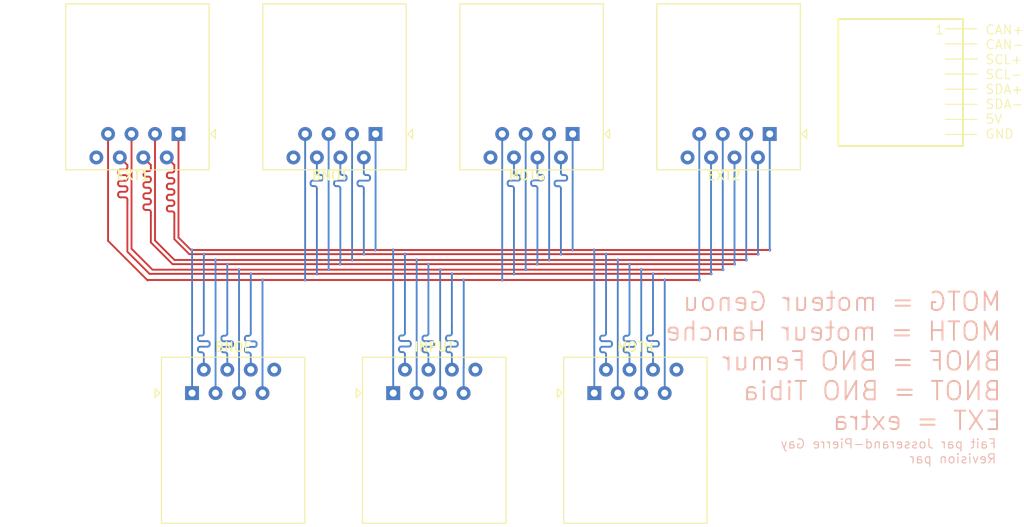
<source format=kicad_pcb>
(kicad_pcb (version 20240108) (generator "pcbnew") (generator_version "8.0")
  (layers (0 "F.Cu" signal) (31 "B.Cu" signal) (34 "B.Paste" user) (35 "F.Paste" user) (36 "B.SilkS" user "B.Silkscreen") (37 "F.SilkS" user "F.Silkscreen") (38 "B.Mask" user) (39 "F.Mask" user) (44 "Edge.Cuts" user))
  (net 0 "")
  (net 1 "/CAN+")
  (net 2 "/CAN-")
  (net 3 "GND")
  (net 4 "+5V")
  (net 5 "/SDA+")
  (net 6 "/SCL+")
  (net 7 "/SDA-")
  (net 8 "/SCL-")
  (footprint "MountingHole:MountingHole_3.2mm_M3" (layer "F.Cu") (at 170.02 60.09)
    (property "Reference" "H1" (hide yes))
    (property "Value" "MountingHole" (hide yes))
  )
  (footprint "Connector_RJ:RJ45_Amphenol_54602-x08_Horizontal" (layer "F.Cu") (at 94.0275 74.86)
    (property "Reference" "BNOF")
    (property "Value" "RJ45")
  )
  (footprint "Connector_RJ:RJ45_Amphenol_54602-x08_Horizontal" (layer "F.Cu") (at 156.526667 46.82 180)
    (property "Reference" "EXT2")
    (property "Value" "RJ45")
  )
  (footprint "Connector_RJ:RJ45_Amphenol_54602-x08_Horizontal" (layer "F.Cu") (at 113.88 46.82 180)
    (property "Reference" "BNOT")
    (property "Value" "RJ45")
  )
  (footprint "Connector_RJ:RJ45_Amphenol_54602-x08_Horizontal" (layer "F.Cu") (at 137.5475 74.86)
    (property "Reference" "MOTH")
    (property "Value" "RJ45")
  )
  (footprint "MountingHole:MountingHole_3.2mm_M3" (layer "F.Cu") (at 76.72 59.32)
    (property "Reference" "H2" (hide yes))
    (property "Value" "MountingHole" (hide yes))
  )
  (footprint "Connector_RJ:RJ45_Amphenol_54602-x08_Horizontal" (layer "F.Cu") (at 92.556667 46.82 180)
    (property "Reference" "EXT1")
    (property "Value" "RJ45")
  )
  (footprint "Connector_RJ:RJ45_Amphenol_54602-x08_Horizontal" (layer "F.Cu") (at 135.203333 46.82 180)
    (property "Reference" "MOTG")
    (property "Value" "RJ45")
  )
  (footprint "Connector_RJ:RJ45_Amphenol_54602-x08_Horizontal" (layer "F.Cu") (at 115.7875 74.86)
    (property "Reference" "INPUT")
    (property "Value" "RJ45")
  )
  (gr_line (start 178.98 35.44) (end 175.52 35.44) (stroke (width 0.1)) (layer "F.SilkS"))
  (gr_line (start 178.98 45.24571) (end 175.52 45.24571) (stroke (width 0.1)) (layer "F.SilkS"))
  (gr_line (start 178.98 43.611425) (end 175.52 43.611425) (stroke (width 0.1)) (layer "F.SilkS"))
  (gr_line (start 178.98 37.074285) (end 175.52 37.074285) (stroke (width 0.1)) (layer "F.SilkS"))
  (gr_rect (start 163.95 34.39) (end 177.44 48.12) (stroke (width 0.2)) (fill none) (layer "F.SilkS"))
  (gr_line (start 178.98 38.70857) (end 175.52 38.70857) (stroke (width 0.1)) (layer "F.SilkS"))
  (gr_line (start 178.98 41.97714) (end 175.52 41.97714) (stroke (width 0.1)) (layer "F.SilkS"))
  (gr_line (start 178.98 40.342855) (end 175.52 40.342855) (stroke (width 0.1)) (layer "F.SilkS"))
  (gr_line (start 178.98 46.88) (end 175.52 46.88) (stroke (width 0.1)) (layer "F.SilkS"))
  (gr_text "Fait par Josserand-Pierre Gay \nRevision par " (at 181.1 82.54 0) (layer "B.SilkS") (effects (font (size 1 1) (thickness 0.1)) (justify left bottom mirror)))
  (gr_text "MOTG = moteur Genou\nMOTH = moteur Hanche\nBNOF = BNO Femur\nBNOT = BNO Tibia\nEXT = extra" (at 181.73 79.01 0) (layer "B.SilkS") (effects (font (size 2 2) (thickness 0.2)) (justify left bottom mirror)))
  (gr_text "1" (at 174.36 36.14 0) (layer "F.SilkS") (effects (font (size 1 1) (thickness 0.1)) (justify left bottom)))
  (gr_text "CAN+\nCAN-\nSCL+\nSCL-\nSDA+\nSDA-\n5V\nGND" (at 179.81 47.4 0) (layer "F.SilkS") (effects (font (size 1 1) (thickness 0.1)) (justify left bottom)))
  (segment (start 94.02 59.375) (end 113.86 59.375) (width 0.2) (layer "F.Cu") (net 1))
  (segment (start 93.9132 59.375) (end 94.02 59.375) (width 0.2) (layer "F.Cu") (net 1))
  (segment (start 113.86 59.375) (end 115.8 59.375) (width 0.2) (layer "F.Cu") (net 1))
  (segment (start 115.8 59.375) (end 135.19 59.375) (width 0.2) (layer "F.Cu") (net 1))
  (segment (start 92.556667 46.82) (end 92.556667 58.018467) (width 0.2) (layer "F.Cu") (net 1))
  (segment (start 92.556667 58.018467) (end 93.9132 59.375) (width 0.2) (layer "F.Cu") (net 1))
  (segment (start 135.19 59.375) (end 137.52 59.375) (width 0.2) (layer "F.Cu") (net 1))
  (segment (start 137.52 59.375) (end 156.53 59.375) (width 0.2) (layer "F.Cu") (net 1))
  (via micro (at 115.8 59.375) (size 0.3) (drill 0.1) (layers "F.Cu" "B.Cu") (net 1))
  (via micro (at 94.02 59.375) (size 0.3) (drill 0.1) (layers "F.Cu" "B.Cu") (net 1))
  (via micro (at 135.19 59.375) (size 0.3) (drill 0.1) (layers "F.Cu" "B.Cu") (net 1))
  (via micro (at 113.86 59.375) (size 0.3) (drill 0.1) (layers "F.Cu" "B.Cu") (net 1))
  (via micro (at 137.52 59.375) (size 0.3) (drill 0.1) (layers "F.Cu" "B.Cu") (net 1))
  (via micro (at 156.53 59.375) (size 0.3) (drill 0.1) (layers "F.Cu" "B.Cu") (net 1))
  (segment (start 115.7875 74.86) (end 115.7875 59.3875) (width 0.2) (layer "B.Cu") (net 1))
  (segment (start 94.0275 59.3825) (end 94.02 59.375) (width 0.2) (layer "B.Cu") (net 1))
  (segment (start 135.203333 59.361667) (end 135.19 59.375) (width 0.2) (layer "B.Cu") (net 1))
  (segment (start 113.88 59.355) (end 113.86 59.375) (width 0.2) (layer "B.Cu") (net 1))
  (segment (start 92.556667 46.82) (end 92.341742 46.82) (width 0.2) (layer "B.Cu") (net 1))
  (segment (start 137.5475 59.4025) (end 137.52 59.375) (width 0.2) (layer "B.Cu") (net 1))
  (segment (start 156.526667 46.82) (end 156.526667 59.371667) (width 0.2) (layer "B.Cu") (net 1))
  (segment (start 113.88 46.82) (end 113.88 59.355) (width 0.2) (layer "B.Cu") (net 1))
  (segment (start 115.7875 59.3875) (end 115.8 59.375) (width 0.2) (layer "B.Cu") (net 1))
  (segment (start 156.526667 59.371667) (end 156.53 59.375) (width 0.2) (layer "B.Cu") (net 1))
  (segment (start 135.203333 46.82) (end 135.203333 59.361667) (width 0.2) (layer "B.Cu") (net 1))
  (segment (start 137.5475 74.86) (end 137.5475 59.4025) (width 0.2) (layer "B.Cu") (net 1))
  (segment (start 94.0275 74.86) (end 94.0275 59.3825) (width 0.2) (layer "B.Cu") (net 1))
  (segment (start 95.3 59.825) (end 112.63 59.825) (width 0.2) (layer "F.Cu") (net 2))
  (segment (start 91.866666 50.998415) (end 91.540552 50.998415) (width 0.2) (layer "F.Cu") (net 2))
  (segment (start 92.106666 50.179999) (end 92.106666 50.758415) (width 0.2) (layer "F.Cu") (net 2))
  (segment (start 138.82 59.825) (end 155.27 59.825) (width 0.2) (layer "F.Cu") (net 2))
  (segment (start 92.106666 55.558415) (end 92.106666 55.808402) (width 0.2) (layer "F.Cu") (net 2))
  (segment (start 91.866666 52.198415) (end 91.540552 52.198415) (width 0.2) (layer "F.Cu") (net 2))
  (segment (start 117.05 59.825) (end 133.93 59.825) (width 0.2) (layer "F.Cu") (net 2))
  (segment (start 93.7268 59.825) (end 95.3 59.825) (width 0.2) (layer "F.Cu") (net 2))
  (segment (start 91.540551 55.198415) (end 91.866666 55.198415) (width 0.2) (layer "F.Cu") (net 2))
  (segment (start 133.93 59.825) (end 138.82 59.825) (width 0.2) (layer "F.Cu") (net 2))
  (segment (start 92.106666 55.808402) (end 92.106666 58.204866) (width 0.2) (layer "F.Cu") (net 2))
  (segment (start 112.63 59.825) (end 117.05 59.825) (width 0.2) (layer "F.Cu") (net 2))
  (segment (start 92.106666 54.238415) (end 92.106666 54.358415) (width 0.2) (layer "F.Cu") (net 2))
  (segment (start 91.540552 51.598415) (end 91.866666 51.598415) (width 0.2) (layer "F.Cu") (net 2))
  (segment (start 91.286667 49.36) (end 92.106666 50.179999) (width 0.2) (layer "F.Cu") (net 2))
  (segment (start 91.300552 52.438415) (end 91.300552 52.558415) (width 0.2) (layer "F.Cu") (net 2))
  (segment (start 91.866666 53.398415) (end 91.540551 53.398415) (width 0.2) (layer "F.Cu") (net 2))
  (segment (start 91.300551 54.838415) (end 91.300551 54.958415) (width 0.2) (layer "F.Cu") (net 2))
  (segment (start 91.300551 53.638415) (end 91.300551 53.758415) (width 0.2) (layer "F.Cu") (net 2))
  (segment (start 92.106666 53.038415) (end 92.106666 53.158415) (width 0.2) (layer "F.Cu") (net 2))
  (segment (start 92.106666 58.204866) (end 93.7268 59.825) (width 0.2) (layer "F.Cu") (net 2))
  (segment (start 91.540552 52.798415) (end 91.866666 52.798415) (width 0.2) (layer "F.Cu") (net 2))
  (segment (start 91.866666 54.598415) (end 91.540551 54.598415) (width 0.2) (layer "F.Cu") (net 2))
  (segment (start 91.300552 51.238415) (end 91.300552 51.358415) (width 0.2) (layer "F.Cu") (net 2))
  (segment (start 92.106666 51.838415) (end 92.106666 51.958415) (width 0.2) (layer "F.Cu") (net 2))
  (segment (start 91.540551 53.998415) (end 91.866666 53.998415) (width 0.2) (layer "F.Cu") (net 2))
  (segment (start 92.106666 55.438415) (end 92.106666 55.558415) (width 0.2) (layer "F.Cu") (net 2))
  (via micro (at 112.63 59.825) (size 0.3) (drill 0.1) (layers "F.Cu" "B.Cu") (net 2))
  (via micro (at 133.93 59.825) (size 0.3) (drill 0.1) (layers "F.Cu" "B.Cu") (net 2))
  (via micro (at 155.27 59.825) (size 0.3) (drill 0.1) (layers "F.Cu" "B.Cu") (net 2))
  (via micro (at 138.82 59.825) (size 0.3) (drill 0.1) (layers "F.Cu" "B.Cu") (net 2))
  (via micro (at 117.05 59.825) (size 0.3) (drill 0.1) (layers "F.Cu" "B.Cu") (net 2))
  (via micro (at 95.3 59.825) (size 0.3) (drill 0.1) (layers "F.Cu" "B.Cu") (net 2))
  (arc (start 91.866666 55.198415) (mid 92.036372 55.268709) (end 92.106666 55.438415) (width 0.2) (layer "F.Cu") (net 2))
  (arc (start 91.866666 51.598415) (mid 92.036372 51.668709) (end 92.106666 51.838415) (width 0.2) (layer "F.Cu") (net 2))
  (arc (start 91.866666 52.798415) (mid 92.036372 52.868709) (end 92.106666 53.038415) (width 0.2) (layer "F.Cu") (net 2))
  (arc (start 91.540551 54.598415) (mid 91.370845 54.668709) (end 91.300551 54.838415) (width 0.2) (layer "F.Cu") (net 2))
  (arc (start 91.300551 53.758415) (mid 91.370845 53.928121) (end 91.540551 53.998415) (width 0.2) (layer "F.Cu") (net 2))
  (arc (start 91.300551 54.958415) (mid 91.370845 55.128121) (end 91.540551 55.198415) (width 0.2) (layer "F.Cu") (net 2))
  (arc (start 91.866666 53.998415) (mid 92.036372 54.068709) (end 92.106666 54.238415) (width 0.2) (layer "F.Cu") (net 2))
  (arc (start 91.300552 52.558415) (mid 91.370846 52.728121) (end 91.540552 52.798415) (width 0.2) (layer "F.Cu") (net 2))
  (arc (start 91.300552 51.358415) (mid 91.370846 51.528121) (end 91.540552 51.598415) (width 0.2) (layer "F.Cu") (net 2))
  (arc (start 92.106666 53.158415) (mid 92.036372 53.328121) (end 91.866666 53.398415) (width 0.2) (layer "F.Cu") (net 2))
  (arc (start 91.540552 52.198415) (mid 91.370846 52.268709) (end 91.300552 52.438415) (width 0.2) (layer "F.Cu") (net 2))
  (arc (start 91.540552 50.998415) (mid 91.370846 51.068709) (end 91.300552 51.238415) (width 0.2) (layer "F.Cu") (net 2))
  (arc (start 92.106666 50.758415) (mid 92.036372 50.928121) (end 91.866666 50.998415) (width 0.2) (layer "F.Cu") (net 2))
  (arc (start 91.540551 53.398415) (mid 91.370845 53.468709) (end 91.300551 53.638415) (width 0.2) (layer "F.Cu") (net 2))
  (arc (start 92.106666 51.958415) (mid 92.036372 52.128121) (end 91.866666 52.198415) (width 0.2) (layer "F.Cu") (net 2))
  (arc (start 92.106666 54.358415) (mid 92.036372 54.528121) (end 91.866666 54.598415) (width 0.2) (layer "F.Cu") (net 2))
  (segment (start 155.256667 49.36) (end 155.256667 59.811667) (width 0.2) (layer "B.Cu") (net 2))
  (segment (start 133.933333 52.835254) (end 133.933333 53.363262) (width 0.2) (layer "B.Cu") (net 2))
  (segment (start 117.0575 67.349899) (end 117.0575 59.8325) (width 0.2) (layer "B.Cu") (net 2))
  (segment (start 133.933333 59.821667) (end 133.93 59.825) (width 0.2) (layer "B.Cu") (net 2))
  (segment (start 112.61 49.36) (end 112.61 51.029899) (width 0.2) (layer "B.Cu") (net 2))
  (segment (start 138.8175 69.841819) (end 139.214871 69.841819) (width 0.2) (layer "B.Cu") (net 2))
  (segment (start 138.5775 69.841819) (end 138.8175 69.841819) (width 0.2) (layer "B.Cu") (net 2))
  (segment (start 116.661497 68.622834) (end 116.8175 68.622834) (width 0.2) (layer "B.Cu") (net 2))
  (segment (start 95.2975 67.62381) (end 95.2975 59.8275) (width 0.2) (layer "B.Cu") (net 2))
  (segment (start 95.2975 68.277954) (end 95.2975 67.62381) (width 0.2) (layer "B.Cu") (net 2))
  (segment (start 134.173333 51.875254) (end 133.495317 51.875254) (width 0.2) (layer "B.Cu") (net 2))
  (segment (start 133.933333 49.36) (end 133.933333 51.035254) (width 0.2) (layer "B.Cu") (net 2))
  (segment (start 138.8175 68.281819) (end 138.8175 67.619593) (width 0.2) (layer "B.Cu") (net 2))
  (segment (start 95.2975 69.237954) (end 95.0575 69.237954) (width 0.2) (layer "B.Cu") (net 2))
  (segment (start 117.0575 68.382834) (end 117.0575 68.262834) (width 0.2) (layer "B.Cu") (net 2))
  (segment (start 134.611339 51.515254) (end 134.611339 51.635254) (width 0.2) (layer "B.Cu") (net 2))
  (segment (start 117.0575 72.32) (end 117.0575 70.662834) (width 0.2) (layer "B.Cu") (net 2))
  (segment (start 95.0575 69.837954) (end 95.2975 69.837954) (width 0.2) (layer "B.Cu") (net 2))
  (segment (start 116.8175 69.222834) (end 116.661497 69.222834) (width 0.2) (layer "B.Cu") (net 2))
  (segment (start 113.047025 51.869899) (end 112.85 51.869899) (width 0.2) (layer "B.Cu") (net 2))
  (segment (start 94.901437 68.637954) (end 95.0575 68.637954) (width 0.2) (layer "B.Cu") (net 2))
  (segment (start 94.901437 69.837954) (end 95.0575 69.837954) (width 0.2) (layer "B.Cu") (net 2))
  (segment (start 138.420109 68.641819) (end 138.5775 68.641819) (width 0.2) (layer "B.Cu") (net 2))
  (segment (start 117.0575 68.262834) (end 117.0575 67.349899) (width 0.2) (layer "B.Cu") (net 2))
  (segment (start 138.420109 69.841819) (end 138.5775 69.841819) (width 0.2) (layer "B.Cu") (net 2))
  (segment (start 117.0575 69.822834) (end 117.453483 69.822834) (width 0.2) (layer "B.Cu") (net 2))
  (segment (start 95.2975 59.8275) (end 95.3 59.825) (width 0.2) (layer "B.Cu") (net 2))
  (segment (start 139.454871 69.601819) (end 139.454871 69.481819) (width 0.2) (layer "B.Cu") (net 2))
  (segment (start 113.287025 51.509899) (end 113.287025 51.629899) (width 0.2) (layer "B.Cu") (net 2))
  (segment (start 112.61 59.805) (end 112.63 59.825) (width 0.2) (layer "B.Cu") (net 2))
  (segment (start 138.8175 69.241819) (end 138.5775 69.241819) (width 0.2) (layer "B.Cu") (net 2))
  (segment (start 111.932995 52.109899) (end 111.932995 52.229899) (width 0.2) (layer "B.Cu") (net 2))
  (segment (start 116.8175 70.422834) (end 116.661517 70.422834) (width 0.2) (layer "B.Cu") (net 2))
  (segment (start 133.495317 52.475254) (end 133.693333 52.475254) (width 0.2) (layer "B.Cu") (net 2))
  (segment (start 116.421517 70.182834) (end 116.421517 70.062834) (width 0.2) (layer "B.Cu") (net 2))
  (segment (start 138.8175 68.401819) (end 138.8175 68.281819) (width 0.2) (layer "B.Cu") (net 2))
  (segment (start 112.85 51.269899) (end 113.047025 51.269899) (width 0.2) (layer "B.Cu") (net 2))
  (segment (start 155.256667 59.811667) (end 155.27 59.825) (width 0.2) (layer "B.Cu") (net 2))
  (segment (start 139.214871 69.241819) (end 138.8175 69.241819) (width 0.2) (layer "B.Cu") (net 2))
  (segment (start 95.2975 72.32) (end 95.2975 70.677954) (width 0.2) (layer "B.Cu") (net 2))
  (segment (start 138.8175 72.32) (end 138.8175 70.681819) (width 0.2) (layer "B.Cu") (net 2))
  (segment (start 133.255317 52.115254) (end 133.255317 52.235254) (width 0.2) (layer "B.Cu") (net 2))
  (segment (start 134.173333 51.275254) (end 134.371339 51.275254) (width 0.2) (layer "B.Cu") (net 2))
  (segment (start 138.5775 69.241819) (end 138.420109 69.241819) (width 0.2) (layer "B.Cu") (net 2))
  (segment (start 134.371339 51.875254) (end 134.173333 51.875254) (width 0.2) (layer "B.Cu") (net 2))
  (segment (start 133.933333 53.363262) (end 133.933333 59.821667) (width 0.2) (layer "B.Cu") (net 2))
  (segment (start 112.85 51.869899) (end 112.172995 51.869899) (width 0.2) (layer "B.Cu") (net 2))
  (segment (start 94.661437 68.997954) (end 94.661437 68.877954) (width 0.2) (layer "B.Cu") (net 2))
  (segment (start 138.8175 67.619593) (end 138.8175 59.8275) (width 0.2) (layer "B.Cu") (net 2))
  (segment (start 112.172995 52.469899) (end 112.37 52.469899) (width 0.2) (layer "B.Cu") (net 2))
  (segment (start 138.180109 70.201819) (end 138.180109 70.081819) (width 0.2) (layer "B.Cu") (net 2))
  (segment (start 138.5775 70.441819) (end 138.420109 70.441819) (width 0.2) (layer "B.Cu") (net 2))
  (segment (start 117.0575 59.8325) (end 117.05 59.825) (width 0.2) (layer "B.Cu") (net 2))
  (segment (start 94.661437 70.197954) (end 94.661437 70.077954) (width 0.2) (layer "B.Cu") (net 2))
  (segment (start 95.0575 70.437954) (end 94.901437 70.437954) (width 0.2) (layer "B.Cu") (net 2))
  (segment (start 112.61 53.250461) (end 112.61 59.805) (width 0.2) (layer "B.Cu") (net 2))
  (segment (start 116.421497 68.982834) (end 116.421497 68.862834) (width 0.2) (layer "B.Cu") (net 2))
  (segment (start 138.8175 59.8275) (end 138.82 59.825) (width 0.2) (layer "B.Cu") (net 2))
  (segment (start 116.661517 69.822834) (end 116.8175 69.822834) (width 0.2) (layer "B.Cu") (net 2))
  (segment (start 95.2975 68.397954) (end 95.2975 68.277954) (width 0.2) (layer "B.Cu") (net 2))
  (segment (start 138.180109 69.001819) (end 138.180109 68.881819) (width 0.2) (layer "B.Cu") (net 2))
  (segment (start 95.0575 69.237954) (end 94.901437 69.237954) (width 0.2) (layer "B.Cu") (net 2))
  (segment (start 112.61 52.829899) (end 112.61 53.250461) (width 0.2) (layer "B.Cu") (net 2))
  (segment (start 95.2975 69.837954) (end 95.693563 69.837954) (width 0.2) (layer "B.Cu") (net 2))
  (segment (start 95.933563 69.597954) (end 95.933563 69.477954) (width 0.2) (layer "B.Cu") (net 2))
  (segment (start 116.8175 69.822834) (end 117.0575 69.822834) (width 0.2) (layer "B.Cu") (net 2))
  (segment (start 112.61 52.709899) (end 112.61 52.829899) (width 0.2) (layer "B.Cu") (net 2))
  (segment (start 133.933333 52.715254) (end 133.933333 52.835254) (width 0.2) (layer "B.Cu") (net 2))
  (segment (start 95.693563 69.237954) (end 95.2975 69.237954) (width 0.2) (layer "B.Cu") (net 2))
  (segment (start 117.693483 69.582834) (end 117.693483 69.462834) (width 0.2) (layer "B.Cu") (net 2))
  (segment (start 117.453483 69.222834) (end 117.0575 69.222834) (width 0.2) (layer "B.Cu") (net 2))
  (segment (start 117.0575 69.222834) (end 116.8175 69.222834) (width 0.2) (layer "B.Cu") (net 2))
  (arc (start 116.421517 70.062834) (mid 116.491811 69.893128) (end 116.661517 69.822834) (width 0.2) (layer "B.Cu") (net 2))
  (arc (start 117.0575 70.662834) (mid 116.987206 70.493128) (end 116.8175 70.422834) (width 0.2) (layer "B.Cu") (net 2))
  (arc (start 117.693483 69.462834) (mid 117.623189 69.293128) (end 117.453483 69.222834) (width 0.2) (layer "B.Cu") (net 2))
  (arc (start 138.180109 70.081819) (mid 138.250403 69.912113) (end 138.420109 69.841819) (width 0.2) (layer "B.Cu") (net 2))
  (arc (start 94.901437 70.437954) (mid 94.731731 70.36766) (end 94.661437 70.197954) (width 0.2) (layer "B.Cu") (net 2))
  (arc (start 133.933333 51.035254) (mid 134.003627 51.20496) (end 134.173333 51.275254) (width 0.2) (layer "B.Cu") (net 2))
  (arc (start 116.661517 70.422834) (mid 116.491811 70.35254) (end 116.421517 70.182834) (width 0.2) (layer "B.Cu") (net 2))
  (arc (start 95.2975 70.677954) (mid 95.227206 70.508248) (end 95.0575 70.437954) (width 0.2) (layer "B.Cu") (net 2))
  (arc (start 139.214871 69.841819) (mid 139.384577 69.771525) (end 139.454871 69.601819) (width 0.2) (layer "B.Cu") (net 2))
  (arc (start 138.5775 68.641819) (mid 138.747206 68.571525) (end 138.8175 68.401819) (width 0.2) (layer "B.Cu") (net 2))
  (arc (start 116.8175 68.622834) (mid 116.987206 68.55254) (end 117.0575 68.382834) (width 0.2) (layer "B.Cu") (net 2))
  (arc (start 139.454871 69.481819) (mid 139.384577 69.312113) (end 139.214871 69.241819) (width 0.2) (layer "B.Cu") (net 2))
  (arc (start 133.495317 51.875254) (mid 133.325611 51.945548) (end 133.255317 52.115254) (width 0.2) (layer "B.Cu") (net 2))
  (arc (start 111.932995 52.229899) (mid 112.003289 52.399605) (end 112.172995 52.469899) (width 0.2) (layer "B.Cu") (net 2))
  (arc (start 133.255317 52.235254) (mid 133.325611 52.40496) (end 133.495317 52.475254) (width 0.2) (layer "B.Cu") (net 2))
  (arc (start 113.287025 51.629899) (mid 113.216731 51.799605) (end 113.047025 51.869899) (width 0.2) (layer "B.Cu") (net 2))
  (arc (start 95.0575 68.637954) (mid 95.227206 68.56766) (end 95.2975 68.397954) (width 0.2) (layer "B.Cu") (net 2))
  (arc (start 138.8175 70.681819) (mid 138.747206 70.512113) (end 138.5775 70.441819) (width 0.2) (layer "B.Cu") (net 2))
  (arc (start 94.901437 69.237954) (mid 94.731731 69.16766) (end 94.661437 68.997954) (width 0.2) (layer "B.Cu") (net 2))
  (arc (start 138.420109 70.441819) (mid 138.250403 70.371525) (end 138.180109 70.201819) (width 0.2) (layer "B.Cu") (net 2))
  (arc (start 112.61 51.029899) (mid 112.680294 51.199605) (end 112.85 51.269899) (width 0.2) (layer "B.Cu") (net 2))
  (arc (start 117.453483 69.822834) (mid 117.623189 69.75254) (end 117.693483 69.582834) (width 0.2) (layer "B.Cu") (net 2))
  (arc (start 95.693563 69.837954) (mid 95.863269 69.76766) (end 95.933563 69.597954) (width 0.2) (layer "B.Cu") (net 2))
  (arc (start 112.37 52.469899) (mid 112.539706 52.540193) (end 112.61 52.709899) (width 0.2) (layer "B.Cu") (net 2))
  (arc (start 95.933563 69.477954) (mid 95.863269 69.308248) (end 95.693563 69.237954) (width 0.2) (layer "B.Cu") (net 2))
  (arc (start 138.420109 69.241819) (mid 138.250403 69.171525) (end 138.180109 69.001819) (width 0.2) (layer "B.Cu") (net 2))
  (arc (start 94.661437 68.877954) (mid 94.731731 68.708248) (end 94.901437 68.637954) (width 0.2) (layer "B.Cu") (net 2))
  (arc (start 138.180109 68.881819) (mid 138.250403 68.712113) (end 138.420109 68.641819) (width 0.2) (layer "B.Cu") (net 2))
  (arc (start 116.421497 68.862834) (mid 116.491791 68.693128) (end 116.661497 68.622834) (width 0.2) (layer "B.Cu") (net 2))
  (arc (start 116.661497 69.222834) (mid 116.491791 69.15254) (end 116.421497 68.982834) (width 0.2) (layer "B.Cu") (net 2))
  (arc (start 134.611339 51.635254) (mid 134.541045 51.80496) (end 134.371339 51.875254) (width 0.2) (layer "B.Cu") (net 2))
  (arc (start 134.371339 51.275254) (mid 134.541045 51.345548) (end 134.611339 51.515254) (width 0.2) (layer "B.Cu") (net 2))
  (arc (start 133.693333 52.475254) (mid 133.863039 52.545548) (end 133.933333 52.715254) (width 0.2) (layer "B.Cu") (net 2))
  (arc (start 113.047025 51.269899) (mid 113.216731 51.340193) (end 113.287025 51.509899) (width 0.2) (layer "B.Cu") (net 2))
  (arc (start 94.661437 70.077954) (mid 94.731731 69.908248) (end 94.901437 69.837954) (width 0.2) (layer "B.Cu") (net 2))
  (arc (start 112.172995 51.869899) (mid 112.003289 51.940193) (end 111.932995 52.109899) (width 0.2) (layer "B.Cu") (net 2))
  (segment (start 145.15 62.62) (end 148.92 62.62) (width 0.2) (layer "F.Cu") (net 4))
  (segment (start 106.26 62.62) (end 123.42 62.62) (width 0.2) (layer "F.Cu") (net 4))
  (segment (start 127.59 62.62) (end 145.15 62.62) (width 0.2) (layer "F.Cu") (net 4))
  (segment (start 89.25 62.62) (end 101.65 62.62) (width 0.2) (layer "F.Cu") (net 4))
  (segment (start 89.21 62.66) (end 89.25 62.62) (width 0.2) (layer "F.Cu") (net 4))
  (segment (start 84.936667 46.82) (end 84.936667 58.386667) (width 0.2) (layer "F.Cu") (net 4))
  (segment (start 101.65 62.62) (end 106.26 62.62) (width 0.2) (layer "F.Cu") (net 4))
  (segment (start 123.42 62.62) (end 127.59 62.62) (width 0.2) (layer "F.Cu") (net 4))
  (segment (start 84.936667 58.386667) (end 89.21 62.66) (width 0.2) (layer "F.Cu") (net 4))
  (via micro (at 123.42 62.62) (size 0.3) (drill 0.1) (layers "F.Cu" "B.Cu") (net 4))
  (via micro (at 148.92 62.62) (size 0.3) (drill 0.1) (layers "F.Cu" "B.Cu") (net 4))
  (via micro (at 106.26 62.62) (size 0.3) (drill 0.1) (layers "F.Cu" "B.Cu") (net 4))
  (via micro (at 145.15 62.62) (size 0.3) (drill 0.1) (layers "F.Cu" "B.Cu") (net 4))
  (via micro (at 127.59 62.62) (size 0.3) (drill 0.1) (layers "F.Cu" "B.Cu") (net 4))
  (via micro (at 101.65 62.62) (size 0.3) (drill 0.1) (layers "F.Cu" "B.Cu") (net 4))
  (segment (start 145.1675 62.6375) (end 145.15 62.62) (width 0.2) (layer "B.Cu") (net 4))
  (segment (start 123.4075 72.105075) (end 123.42 72.092575) (width 0.2) (layer "B.Cu") (net 4))
  (segment (start 127.583333 46.82) (end 127.583333 62.613333) (width 0.2) (layer "B.Cu") (net 4))
  (segment (start 123.4075 74.86) (end 123.4075 72.105075) (width 0.2) (layer "B.Cu") (net 4))
  (segment (start 148.906667 62.606667) (end 148.92 62.62) (width 0.2) (layer "B.Cu") (net 4))
  (segment (start 127.583333 62.613333) (end 127.59 62.62) (width 0.2) (layer "B.Cu") (net 4))
  (segment (start 101.6475 62.6225) (end 101.65 62.62) (width 0.2) (layer "B.Cu") (net 4))
  (segment (start 145.1675 74.86) (end 145.1675 62.6375) (width 0.2) (layer "B.Cu") (net 4))
  (segment (start 101.6475 74.86) (end 101.6475 62.6225) (width 0.2) (layer "B.Cu") (net 4))
  (segment (start 123.42 72.092575) (end 123.42 62.62) (width 0.2) (layer "B.Cu") (net 4))
  (segment (start 148.906667 46.82) (end 148.906667 62.606667) (width 0.2) (layer "B.Cu") (net 4))
  (segment (start 106.26 46.82) (end 106.26 62.62) (width 0.2) (layer "B.Cu") (net 4))
  (segment (start 120.87 61.505) (end 130.14 61.505) (width 0.2) (layer "F.Cu") (net 5))
  (segment (start 108.8 61.505) (end 120.87 61.505) (width 0.2) (layer "F.Cu") (net 5))
  (segment (start 142.62 61.505) (end 151.46 61.505) (width 0.2) (layer "F.Cu") (net 5))
  (segment (start 130.14 61.505) (end 142.62 61.505) (width 0.2) (layer "F.Cu") (net 5))
  (segment (start 89.745 61.505) (end 99.11 61.505) (width 0.2) (layer "F.Cu") (net 5))
  (segment (start 87.476667 46.82) (end 87.476667 59.236667) (width 0.2) (layer "F.Cu") (net 5))
  (segment (start 99.11 61.505) (end 108.8 61.505) (width 0.2) (layer "F.Cu") (net 5))
  (segment (start 87.476667 59.236667) (end 89.745 61.505) (width 0.2) (layer "F.Cu") (net 5))
  (via micro (at 130.14 61.505) (size 0.3) (drill 0.1) (layers "F.Cu" "B.Cu") (net 5))
  (via micro (at 151.46 61.505) (size 0.3) (drill 0.1) (layers "F.Cu" "B.Cu") (net 5))
  (via micro (at 120.87 61.505) (size 0.3) (drill 0.1) (layers "F.Cu" "B.Cu") (net 5))
  (via micro (at 99.11 61.505) (size 0.3) (drill 0.1) (layers "F.Cu" "B.Cu") (net 5))
  (via micro (at 108.8 61.505) (size 0.3) (drill 0.1) (layers "F.Cu" "B.Cu") (net 5))
  (via micro (at 142.62 61.505) (size 0.3) (drill 0.1) (layers "F.Cu" "B.Cu") (net 5))
  (segment (start 151.446667 61.491667) (end 151.46 61.505) (width 0.2) (layer "B.Cu") (net 5))
  (segment (start 120.8675 61.5075) (end 120.87 61.505) (width 0.2) (layer "B.Cu") (net 5))
  (segment (start 130.123333 46.82) (end 130.123333 61.488333) (width 0.2) (layer "B.Cu") (net 5))
  (segment (start 130.123333 61.488333) (end 130.14 61.505) (width 0.2) (layer "B.Cu") (net 5))
  (segment (start 108.8 46.82) (end 108.8 61.505) (width 0.2) (layer "B.Cu") (net 5))
  (segment (start 99.1075 61.5075) (end 99.11 61.505) (width 0.2) (layer "B.Cu") (net 5))
  (segment (start 120.8675 74.86) (end 120.8675 61.5075) (width 0.2) (layer "B.Cu") (net 5))
  (segment (start 87.476667 46.82) (end 87.026667 46.82) (width 0.2) (layer "B.Cu") (net 5))
  (segment (start 142.6275 61.5125) (end 142.62 61.505) (width 0.2) (layer "B.Cu") (net 5))
  (segment (start 142.6275 74.86) (end 142.6275 61.5125) (width 0.2) (layer "B.Cu") (net 5))
  (segment (start 99.1075 74.86) (end 99.1075 61.5075) (width 0.2) (layer "B.Cu") (net 5))
  (segment (start 151.446667 46.82) (end 151.446667 61.491667) (width 0.2) (layer "B.Cu") (net 5))
  (segment (start 132.67 60.455) (end 140.09 60.455) (width 0.2) (layer "F.Cu") (net 6))
  (segment (start 96.58 60.455) (end 111.36 60.455) (width 0.2) (layer "F.Cu") (net 6))
  (segment (start 140.09 60.455) (end 153.99 60.455) (width 0.2) (layer "F.Cu") (net 6))
  (segment (start 90.016667 58.346667) (end 92.125 60.455) (width 0.2) (layer "F.Cu") (net 6))
  (segment (start 92.125 60.455) (end 96.58 60.455) (width 0.2) (layer "F.Cu") (net 6))
  (segment (start 118.3 60.455) (end 132.67 60.455) (width 0.2) (layer "F.Cu") (net 6))
  (segment (start 111.36 60.455) (end 118.3 60.455) (width 0.2) (layer "F.Cu") (net 6))
  (segment (start 90.016667 46.82) (end 90.016667 58.346667) (width 0.2) (layer "F.Cu") (net 6))
  (via micro (at 153.99 60.455) (size 0.3) (drill 0.1) (layers "F.Cu" "B.Cu") (net 6))
  (via micro (at 96.58 60.455) (size 0.3) (drill 0.1) (layers "F.Cu" "B.Cu") (net 6))
  (via micro (at 111.36 60.455) (size 0.3) (drill 0.1) (layers "F.Cu" "B.Cu") (net 6))
  (via micro (at 140.09 60.455) (size 0.3) (drill 0.1) (layers "F.Cu" "B.Cu") (net 6))
  (via micro (at 132.67 60.455) (size 0.3) (drill 0.1) (layers "F.Cu" "B.Cu") (net 6))
  (via micro (at 118.3 60.455) (size 0.3) (drill 0.1) (layers "F.Cu" "B.Cu") (net 6))
  (segment (start 140.0875 74.86) (end 140.0875 60.4575) (width 0.2) (layer "B.Cu") (net 6))
  (segment (start 153.986667 46.82) (end 153.986667 60.451667) (width 0.2) (layer "B.Cu") (net 6))
  (segment (start 140.0875 60.4575) (end 140.09 60.455) (width 0.2) (layer "B.Cu") (net 6))
  (segment (start 111.34 60.435) (end 111.36 60.455) (width 0.2) (layer "B.Cu") (net 6))
  (segment (start 118.3275 60.4825) (end 118.3 60.455) (width 0.2) (layer "B.Cu") (net 6))
  (segment (start 96.5675 74.86) (end 96.5675 60.4675) (width 0.2) (layer "B.Cu") (net 6))
  (segment (start 90.016667 46.82) (end 89.801742 46.82) (width 0.2) (layer "B.Cu") (net 6))
  (segment (start 153.986667 60.451667) (end 153.99 60.455) (width 0.2) (layer "B.Cu") (net 6))
  (segment (start 118.3275 74.86) (end 118.3275 60.4825) (width 0.2) (layer "B.Cu") (net 6))
  (segment (start 96.5675 60.4675) (end 96.58 60.455) (width 0.2) (layer "B.Cu") (net 6))
  (segment (start 132.663333 60.448333) (end 132.67 60.455) (width 0.2) (layer "B.Cu") (net 6))
  (segment (start 111.34 46.82) (end 111.34 60.435) (width 0.2) (layer "B.Cu") (net 6))
  (segment (start 132.663333 46.82) (end 132.663333 60.448333) (width 0.2) (layer "B.Cu") (net 6))
  (segment (start 87.026666 53.916076) (end 87.026666 54.036076) (width 0.2) (layer "F.Cu") (net 7))
  (segment (start 86.206667 49.36) (end 87.026666 50.179999) (width 0.2) (layer "F.Cu") (net 7))
  (segment (start 128.86 61.955) (end 143.91 61.955) (width 0.2) (layer "F.Cu") (net 7))
  (segment (start 89.425 61.955) (end 100.39 61.955) (width 0.2) (layer "F.Cu") (net 7))
  (segment (start 143.91 61.955) (end 150.18 61.955) (width 0.2) (layer "F.Cu") (net 7))
  (segment (start 86.786666 51.876076) (end 86.268938 51.876076) (width 0.2) (layer "F.Cu") (net 7))
  (segment (start 87.026666 54.036076) (end 87.026666 54.357874) (width 0.2) (layer "F.Cu") (net 7))
  (segment (start 100.39 61.955) (end 107.52 61.955) (width 0.2) (layer "F.Cu") (net 7))
  (segment (start 87.026666 59.556666) (end 89.425 61.955) (width 0.2) (layer "F.Cu") (net 7))
  (segment (start 86.268913 51.276076) (end 86.786666 51.276076) (width 0.2) (layer "F.Cu") (net 7))
  (segment (start 122.14 61.955) (end 128.86 61.955) (width 0.2) (layer "F.Cu") (net 7))
  (segment (start 107.52 61.955) (end 122.14 61.955) (width 0.2) (layer "F.Cu") (net 7))
  (segment (start 87.026666 54.357874) (end 87.026666 59.556666) (width 0.2) (layer "F.Cu") (net 7))
  (segment (start 86.028913 50.916076) (end 86.028913 51.036076) (width 0.2) (layer "F.Cu") (net 7))
  (segment (start 87.026666 52.716076) (end 87.026666 52.836076) (width 0.2) (layer "F.Cu") (net 7))
  (segment (start 86.028913 53.316076) (end 86.028913 53.436076) (width 0.2) (layer "F.Cu") (net 7))
  (segment (start 87.026666 51.516076) (end 87.026666 51.636076) (width 0.2) (layer "F.Cu") (net 7))
  (segment (start 87.026666 50.179999) (end 87.026666 50.436076) (width 0.2) (layer "F.Cu") (net 7))
  (segment (start 86.786666 53.076076) (end 86.268913 53.076076) (width 0.2) (layer "F.Cu") (net 7))
  (segment (start 86.268938 52.476076) (end 86.786666 52.476076) (width 0.2) (layer "F.Cu") (net 7))
  (segment (start 86.028938 52.116076) (end 86.028938 52.236076) (width 0.2) (layer "F.Cu") (net 7))
  (segment (start 86.268913 53.676076) (end 86.786666 53.676076) (width 0.2) (layer "F.Cu") (net 7))
  (segment (start 86.786666 50.676076) (end 86.268913 50.676076) (width 0.2) (layer "F.Cu") (net 7))
  (via micro (at 150.18 61.955) (size 0.3) (drill 0.1) (layers "F.Cu" "B.Cu") (net 7))
  (via micro (at 143.91 61.955) (size 0.3) (drill 0.1) (layers "F.Cu" "B.Cu") (net 7))
  (via micro (at 107.52 61.955) (size 0.3) (drill 0.1) (layers "F.Cu" "B.Cu") (net 7))
  (via micro (at 100.39 61.955) (size 0.3) (drill 0.1) (layers "F.Cu" "B.Cu") (net 7))
  (via micro (at 128.86 61.955) (size 0.3) (drill 0.1) (layers "F.Cu" "B.Cu") (net 7))
  (via micro (at 122.14 61.955) (size 0.3) (drill 0.1) (layers "F.Cu" "B.Cu") (net 7))
  (arc (start 86.268938 51.876076) (mid 86.099232 51.94637) (end 86.028938 52.116076) (width 0.2) (layer "F.Cu") (net 7))
  (arc (start 87.026666 50.436076) (mid 86.956372 50.605782) (end 86.786666 50.676076) (width 0.2) (layer "F.Cu") (net 7))
  (arc (start 86.786666 51.276076) (mid 86.956372 51.34637) (end 87.026666 51.516076) (width 0.2) (layer "F.Cu") (net 7))
  (arc (start 87.026666 51.636076) (mid 86.956372 51.805782) (end 86.786666 51.876076) (width 0.2) (layer "F.Cu") (net 7))
  (arc (start 87.026666 52.836076) (mid 86.956372 53.005782) (end 86.786666 53.076076) (width 0.2) (layer "F.Cu") (net 7))
  (arc (start 86.786666 52.476076) (mid 86.956372 52.54637) (end 87.026666 52.716076) (width 0.2) (layer "F.Cu") (net 7))
  (arc (start 86.028913 51.036076) (mid 86.099207 51.205782) (end 86.268913 51.276076) (width 0.2) (layer "F.Cu") (net 7))
  (arc (start 86.786666 53.676076) (mid 86.956372 53.74637) (end 87.026666 53.916076) (width 0.2) (layer "F.Cu") (net 7))
  (arc (start 86.268913 53.076076) (mid 86.099207 53.14637) (end 86.028913 53.316076) (width 0.2) (layer "F.Cu") (net 7))
  (arc (start 86.268913 50.676076) (mid 86.099207 50.74637) (end 86.028913 50.916076) (width 0.2) (layer "F.Cu") (net 7))
  (arc (start 86.028913 53.436076) (mid 86.099207 53.605782) (end 86.268913 53.676076) (width 0.2) (layer "F.Cu") (net 7))
  (arc (start 86.028938 52.236076) (mid 86.099232 52.405782) (end 86.268938 52.476076) (width 0.2) (layer "F.Cu") (net 7))
  (segment (start 150.176667 61.951667) (end 150.18 61.955) (width 0.2) (layer "B.Cu") (net 7))
  (segment (start 99.742529 70.218616) (end 99.742529 70.098616) (width 0.2) (layer "B.Cu") (net 7))
  (segment (start 128.415238 52.46153) (end 128.613333 52.46153) (width 0.2) (layer "B.Cu") (net 7))
  (segment (start 122.533155 69.235013) (end 122.1375 69.235013) (width 0.2) (layer "B.Cu") (net 7))
  (segment (start 100.1375 69.258616) (end 99.982549 69.258616) (width 0.2) (layer "B.Cu") (net 7))
  (segment (start 128.853333 61.948333) (end 128.86 61.955) (width 0.2) (layer "B.Cu") (net 7))
  (segment (start 107.53 52.701283) (end 107.53 52.821283) (width 0.2) (layer "B.Cu") (net 7))
  (segment (start 143.8975 68.381383) (end 143.8975 68.261383) (width 0.2) (layer "B.Cu") (net 7))
  (segment (start 121.501845 68.995013) (end 121.501845 68.875013) (width 0.2) (layer "B.Cu") (net 7))
  (segment (start 122.1375 68.395013) (end 122.1375 68.275013) (width 0.2) (layer "B.Cu") (net 7))
  (segment (start 122.1375 67.738141) (end 122.1375 61.9575) (width 0.2) (layer "B.Cu") (net 7))
  (segment (start 144.292848 69.221383) (end 143.8975 69.221383) (width 0.2) (layer "B.Cu") (net 7))
  (segment (start 100.1375 69.858616) (end 100.3775 69.858616) (width 0.2) (layer "B.Cu") (net 7))
  (segment (start 143.262147 68.981383) (end 143.262147 68.861383) (width 0.2) (layer "B.Cu") (net 7))
  (segment (start 143.8975 72.32) (end 143.8975 70.661383) (width 0.2) (layer "B.Cu") (net 7))
  (segment (start 143.8975 67.903589) (end 143.8975 61.9675) (width 0.2) (layer "B.Cu") (net 7))
  (segment (start 107.77 51.261283) (end 107.965953 51.261283) (width 0.2) (layer "B.Cu") (net 7))
  (segment (start 107.53 52.821283) (end 107.53 53.188121) (width 0.2) (layer "B.Cu") (net 7))
  (segment (start 100.1375 70.458616) (end 99.982529 70.458616) (width 0.2) (layer "B.Cu") (net 7))
  (segment (start 143.8975 69.221383) (end 143.6575 69.221383) (width 0.2) (layer "B.Cu") (net 7))
  (segment (start 143.502147 68.621383) (end 143.6575 68.621383) (width 0.2) (layer "B.Cu") (net 7))
  (segment (start 121.8975 69.835013) (end 122.1375 69.835013) (width 0.2) (layer "B.Cu") (net 7))
  (segment (start 107.77 51.861283) (end 107.094047 51.861283) (width 0.2) (layer "B.Cu") (net 7))
  (segment (start 143.8975 61.9675) (end 143.91 61.955) (width 0.2) (layer "B.Cu") (net 7))
  (segment (start 100.3775 68.298616) (end 100.3775 67.869191) (width 0.2) (layer "B.Cu") (net 7))
  (segment (start 107.53 49.36) (end 107.53 51.021283) (width 0.2) (layer "B.Cu") (net 7))
  (segment (start 100.3775 67.869191) (end 100.3775 61.9675) (width 0.2) (layer "B.Cu") (net 7))
  (segment (start 100.3775 72.32) (end 100.3775 70.698616) (width 0.2) (layer "B.Cu") (net 7))
  (segment (start 108.205953 51.501283) (end 108.205953 51.621283) (width 0.2) (layer "B.Cu") (net 7))
  (segment (start 101.012471 69.618616) (end 101.012471 69.498616) (width 0.2) (layer "B.Cu") (net 7))
  (segment (start 150.176667 49.36) (end 150.176667 61.951667) (width 0.2) (layer "B.Cu") (net 7))
  (segment (start 128.175238 52.10153) (end 128.175238 52.22153) (width 0.2) (layer "B.Cu") (net 7))
  (segment (start 143.6575 70.421383) (end 143.50215 70.421383) (width 0.2) (layer "B.Cu") (net 7))
  (segment (start 122.1375 72.32) (end 122.1375 70.675013) (width 0.2) (layer "B.Cu") (net 7))
  (segment (start 143.50215 69.821383) (end 143.6575 69.821383) (width 0.2) (layer "B.Cu") (net 7))
  (segment (start 129.093333 51.86153) (end 128.415238 51.86153) (width 0.2) (layer "B.Cu") (net 7))
  (segment (start 107.53 53.188121) (end 107.53 61.945) (width 0.2) (layer "B.Cu") (net 7))
  (segment (start 122.1375 69.835013) (end 122.533155 69.835013) (width 0.2) (layer "B.Cu") (net 7))
  (segment (start 121.8975 70.435013) (end 121.741835 70.435013) (width 0.2) (layer "B.Cu") (net 7))
  (segment (start 144.532848 69.581383) (end 144.532848 69.461383) (width 0.2) (layer "B.Cu") (net 7))
  (segment (start 99.982549 68.658616) (end 100.1375 68.658616) (width 0.2) (layer "B.Cu") (net 7))
  (segment (start 129.291428 51.86153) (end 129.093333 51.86153) (width 0.2) (layer "B.Cu") (net 7))
  (segment (start 99.982529 69.858616) (end 100.1375 69.858616) (width 0.2) (layer "B.Cu") (net 7))
  (segment (start 100.3775 61.9675) (end 100.39 61.955) (width 0.2) (layer "B.Cu") (net 7))
  (segment (start 107.965953 51.861283) (end 107.77 51.861283) (width 0.2) (layer "B.Cu") (net 7))
  (segment (start 129.093333 51.26153) (end 129.291428 51.26153) (width 0.2) (layer "B.Cu") (net 7))
  (segment (start 128.853333 52.82153) (end 128.853333 52.991383) (width 0.2) (layer "B.Cu") (net 7))
  (segment (start 100.3775 69.858616) (end 100.772471 69.858616) (width 0.2) (layer "B.Cu") (net 7))
  (segment (start 99.742549 69.018616) (end 99.742549 68.898616) (width 0.2) (layer "B.Cu") (net 7))
  (segment (start 128.853333 49.36) (end 128.853333 51.02153) (width 0.2) (layer "B.Cu") (net 7))
  (segment (start 122.1375 61.9575) (end 122.14 61.955) (width 0.2) (layer "B.Cu") (net 7))
  (segment (start 100.3775 69.258616) (end 100.1375 69.258616) (width 0.2) (layer "B.Cu") (net 7))
  (segment (start 122.773155 69.595013) (end 122.773155 69.475013) (width 0.2) (layer "B.Cu") (net 7))
  (segment (start 106.854047 52.101283) (end 106.854047 52.221283) (width 0.2) (layer "B.Cu") (net 7))
  (segment (start 107.094047 52.461283) (end 107.29 52.461283) (width 0.2) (layer "B.Cu") (net 7))
  (segment (start 121.501835 70.195013) (end 121.501835 70.075013) (width 0.2) (layer "B.Cu") (net 7))
  (segment (start 122.1375 69.235013) (end 121.8975 69.235013) (width 0.2) (layer "B.Cu") (net 7))
  (segment (start 107.53 61.945) (end 107.52 61.955) (width 0.2) (layer "B.Cu") (net 7))
  (segment (start 121.741835 69.835013) (end 121.8975 69.835013) (width 0.2) (layer "B.Cu") (net 7))
  (segment (start 143.8975 68.261383) (end 143.8975 67.903589) (width 0.2) (layer "B.Cu") (net 7))
  (segment (start 143.6575 69.821383) (end 143.8975 69.821383) (width 0.2) (layer "B.Cu") (net 7))
  (segment (start 143.26215 70.181383) (end 143.26215 70.061383) (width 0.2) (layer "B.Cu") (net 7))
  (segment (start 121.8975 69.235013) (end 121.741845 69.235013) (width 0.2) (layer "B.Cu") (net 7))
  (segment (start 100.3775 68.418616) (end 100.3775 68.298616) (width 0.2) (layer "B.Cu") (net 7))
  (segment (start 128.853333 52.991383) (end 128.853333 61.948333) (width 0.2) (layer "B.Cu") (net 7))
  (segment (start 100.772471 69.258616) (end 100.3775 69.258616) (width 0.2) (layer "B.Cu") (net 7))
  (segment (start 128.853333 52.70153) (end 128.853333 52.82153) (width 0.2) (layer "B.Cu") (net 7))
  (segment (start 121.741845 68.635013) (end 121.8975 68.635013) (width 0.2) (layer "B.Cu") (net 7))
  (segment (start 143.6575 69.221383) (end 143.502147 69.221383) (width 0.2) (layer "B.Cu") (net 7))
  (segment (start 143.8975 69.821383) (end 144.292848 69.821383) (width 0.2) (layer "B.Cu") (net 7))
  (segment (start 122.1375 68.275013) (end 122.1375 67.738141) (width 0.2) (layer "B.Cu") (net 7))
  (segment (start 129.531428 51.50153) (end 129.531428 51.62153) (width 0.2) (layer "B.Cu") (net 7))
  (arc (start 128.613333 52.46153) (mid 128.783039 52.531824) (end 128.853333 52.70153) (width 0.2) (layer "B.Cu") (net 7))
  (arc (start 100.1375 68.658616) (mid 100.307206 68.588322) (end 100.3775 68.418616) (width 0.2) (layer "B.Cu") (net 7))
  (arc (start 121.741845 69.235013) (mid 121.572139 69.164719) (end 121.501845 68.995013) (width 0.2) (layer "B.Cu") (net 7))
  (arc (start 99.742529 70.098616) (mid 99.812823 69.92891) (end 99.982529 69.858616) (width 0.2) (layer "B.Cu") (net 7))
  (arc (start 122.533155 69.835013) (mid 122.702861 69.764719) (end 122.773155 69.595013) (width 0.2) (layer "B.Cu") (net 7))
  (arc (start 144.532848 69.461383) (mid 144.462554 69.291677) (end 144.292848 69.221383) (width 0.2) (layer "B.Cu") (net 7))
  (arc (start 143.8975 70.661383) (mid 143.827206 70.491677) (end 143.6575 70.421383) (width 0.2) (layer "B.Cu") (net 7))
  (arc (start 143.502147 69.221383) (mid 143.332441 69.151089) (end 143.262147 68.981383) (width 0.2) (layer "B.Cu") (net 7))
  (arc (start 128.175238 52.22153) (mid 128.245532 52.391236) (end 128.415238 52.46153) (width 0.2) (layer "B.Cu") (net 7))
  (arc (start 99.982549 69.258616) (mid 99.812843 69.188322) (end 99.742549 69.018616) (width 0.2) (layer "B.Cu") (net 7))
  (arc (start 121.8975 68.635013) (mid 122.067206 68.564719) (end 122.1375 68.395013) (width 0.2) (layer "B.Cu") (net 7))
  (arc (start 128.853333 51.02153) (mid 128.923627 51.191236) (end 129.093333 51.26153) (width 0.2) (layer "B.Cu") (net 7))
  (arc (start 107.53 51.021283) (mid 107.600294 51.190989) (end 107.77 51.261283) (width 0.2) (layer "B.Cu") (net 7))
  (arc (start 122.1375 70.675013) (mid 122.067206 70.505307) (end 121.8975 70.435013) (width 0.2) (layer "B.Cu") (net 7))
  (arc (start 107.094047 51.861283) (mid 106.924341 51.931577) (end 106.854047 52.101283) (width 0.2) (layer "B.Cu") (net 7))
  (arc (start 129.291428 51.26153) (mid 129.461134 51.331824) (end 129.531428 51.50153) (width 0.2) (layer "B.Cu") (net 7))
  (arc (start 143.50215 70.421383) (mid 143.332444 70.351089) (end 143.26215 70.181383) (width 0.2) (layer "B.Cu") (net 7))
  (arc (start 143.26215 70.061383) (mid 143.332444 69.891677) (end 143.50215 69.821383) (width 0.2) (layer "B.Cu") (net 7))
  (arc (start 121.501835 70.075013) (mid 121.572129 69.905307) (end 121.741835 69.835013) (width 0.2) (layer "B.Cu") (net 7))
  (arc (start 121.501845 68.875013) (mid 121.572139 68.705307) (end 121.741845 68.635013) (width 0.2) (layer "B.Cu") (net 7))
  (arc (start 100.3775 70.698616) (mid 100.307206 70.52891) (end 100.1375 70.458616) (width 0.2) (layer "B.Cu") (net 7))
  (arc (start 100.772471 69.858616) (mid 100.942177 69.788322) (end 101.012471 69.618616) (width 0.2) (layer "B.Cu") (net 7))
  (arc (start 106.854047 52.221283) (mid 106.924341 52.390989) (end 107.094047 52.461283) (width 0.2) (layer "B.Cu") (net 7))
  (arc (start 107.29 52.461283) (mid 107.459706 52.531577) (end 107.53 52.701283) (width 0.2) (layer "B.Cu") (net 7))
  (arc (start 107.965953 51.261283) (mid 108.135659 51.331577) (end 108.205953 51.501283) (width 0.2) (layer "B.Cu") (net 7))
  (arc (start 128.415238 51.86153) (mid 128.245532 51.931824) (end 128.175238 52.10153) (width 0.2) (layer "B.Cu") (net 7))
  (arc (start 99.742549 68.898616) (mid 99.812843 68.72891) (end 99.982549 68.658616) (width 0.2) (layer "B.Cu") (net 7))
  (arc (start 121.741835 70.435013) (mid 121.572129 70.364719) (end 121.501835 70.195013) (width 0.2) (layer "B.Cu") (net 7))
  (arc (start 101.012471 69.498616) (mid 100.942177 69.32891) (end 100.772471 69.258616) (width 0.2) (layer "B.Cu") (net 7))
  (arc (start 108.205953 51.621283) (mid 108.135659 51.790989) (end 107.965953 51.861283) (width 0.2) (layer "B.Cu") (net 7))
  (arc (start 122.773155 69.475013) (mid 122.702861 69.305307) (end 122.533155 69.235013) (width 0.2) (layer "B.Cu") (net 7))
  (arc (start 99.982529 70.458616) (mid 99.812823 70.388322) (end 99.742529 70.218616) (width 0.2) (layer "B.Cu") (net 7))
  (arc (start 143.262147 68.861383) (mid 143.332441 68.691677) (end 143.502147 68.621383) (width 0.2) (layer "B.Cu") (net 7))
  (arc (start 143.6575 68.621383) (mid 143.827206 68.551089) (end 143.8975 68.381383) (width 0.2) (layer "B.Cu") (net 7))
  (arc (start 129.531428 51.62153) (mid 129.461134 51.791236) (end 129.291428 51.86153) (width 0.2) (layer "B.Cu") (net 7))
  (arc (start 144.292848 69.821383) (mid 144.462554 69.751089) (end 144.532848 69.581383) (width 0.2) (layer "B.Cu") (net 7))
  (segment (start 91.915 60.905) (end 97.85 60.905) (width 0.2) (layer "F.Cu") (net 8))
  (segment (start 89.566666 55.277246) (end 89.566666 55.397246) (width 0.2) (layer "F.Cu") (net 8))
  (segment (start 89.000453 52.637246) (end 89.326666 52.637246) (width 0.2) (layer "F.Cu") (net 8))
  (segment (start 89.566666 51.677246) (end 89.566666 51.797246) (width 0.2) (layer "F.Cu") (net 8))
  (segment (start 89.326666 54.437246) (end 89.000453 54.437246) (width 0.2) (layer "F.Cu") (net 8))
  (segment (start 141.37 60.905) (end 152.72 60.905) (width 0.2) (layer "F.Cu") (net 8))
  (segment (start 89.326666 53.237246) (end 89.000453 53.237246) (width 0.2) (layer "F.Cu") (net 8))
  (segment (start 110.05 60.905) (end 119.6 60.905) (width 0.2) (layer "F.Cu") (net 8))
  (segment (start 89.566666 50.179999) (end 89.566666 50.597246) (width 0.2) (layer "F.Cu") (net 8))
  (segment (start 89.000453 53.837246) (end 89.326666 53.837246) (width 0.2) (layer "F.Cu") (net 8))
  (segment (start 119.6 60.905) (end 131.38 60.905) (width 0.2) (layer "F.Cu") (net 8))
  (segment (start 89.566666 52.877246) (end 89.566666 52.997246) (width 0.2) (layer "F.Cu") (net 8))
  (segment (start 97.85 60.905) (end 110.05 60.905) (width 0.2) (layer "F.Cu") (net 8))
  (segment (start 89.566666 55.397246) (end 89.566666 55.700955) (width 0.2) (layer "F.Cu") (net 8))
  (segment (start 88.760453 54.677246) (end 88.760453 54.797246) (width 0.2) (layer "F.Cu") (net 8))
  (segment (start 89.326666 52.037246) (end 89.000453 52.037246) (width 0.2) (layer "F.Cu") (net 8))
  (segment (start 89.566666 54.077246) (end 89.566666 54.197246) (width 0.2) (layer "F.Cu") (net 8))
  (segment (start 88.760453 53.477246) (end 88.760453 53.597246) (width 0.2) (layer "F.Cu") (net 8))
  (segment (start 89.566666 55.700955) (end 89.566666 58.556666) (width 0.2) (layer "F.Cu") (net 8))
  (segment (start 88.760465 51.077246) (end 88.760465 51.197246) (width 0.2) (layer "F.Cu") (net 8))
  (segment (start 131.38 60.905) (end 141.37 60.905) (width 0.2) (layer "F.Cu") (net 8))
  (segment (start 89.000465 51.437246) (end 89.326666 51.437246) (width 0.2) (layer "F.Cu") (net 8))
  (segment (start 89.566666 58.556666) (end 91.915 60.905) (width 0.2) (layer "F.Cu") (net 8))
  (segment (start 89.000453 55.037246) (end 89.326666 55.037246) (width 0.2) (layer "F.Cu") (net 8))
  (segment (start 88.760453 52.277246) (end 88.760453 52.397246) (width 0.2) (layer "F.Cu") (net 8))
  (segment (start 88.746667 49.36) (end 89.566666 50.179999) (width 0.2) (layer "F.Cu") (net 8))
  (segment (start 89.326666 50.837246) (end 89.000465 50.837246) (width 0.2) (layer "F.Cu") (net 8))
  (via micro (at 141.37 60.905) (size 0.3) (drill 0.1) (layers "F.Cu" "B.Cu") (net 8))
  (via micro (at 152.72 60.905) (size 0.3) (drill 0.1) (layers "F.Cu" "B.Cu") (net 8))
  (via micro (at 119.6 60.905) (size 0.3) (drill 0.1) (layers "F.Cu" "B.Cu") (net 8))
  (via micro (at 110.05 60.905) (size 0.3) (drill 0.1) (layers "F.Cu" "B.Cu") (net 8))
  (via micro (at 97.85 60.905) (size 0.3) (drill 0.1) (layers "F.Cu" "B.Cu") (net 8))
  (via micro (at 131.38 60.905) (size 0.3) (drill 0.1) (layers "F.Cu" "B.Cu") (net 8))
  (arc (start 88.760465 51.197246) (mid 88.830759 51.366952) (end 89.000465 51.437246) (width 0.2) (layer "F.Cu") (net 8))
  (arc (start 89.326666 53.837246) (mid 89.496372 53.90754) (end 89.566666 54.077246) (width 0.2) (layer "F.Cu") (net 8))
  (arc (start 89.566666 54.197246) (mid 89.496372 54.366952) (end 89.326666 54.437246) (width 0.2) (layer "F.Cu") (net 8))
  (arc (start 89.326666 52.637246) (mid 89.496372 52.70754) (end 89.566666 52.877246) (width 0.2) (layer "F.Cu") (net 8))
  (arc (start 89.326666 51.437246) (mid 89.496372 51.50754) (end 89.566666 51.677246) (width 0.2) (layer "F.Cu") (net 8))
  (arc (start 89.566666 52.997246) (mid 89.496372 53.166952) (end 89.326666 53.237246) (width 0.2) (layer "F.Cu") (net 8))
  (arc (start 89.000453 52.037246) (mid 88.830747 52.10754) (end 88.760453 52.277246) (width 0.2) (layer "F.Cu") (net 8))
  (arc (start 89.326666 55.037246) (mid 89.496372 55.10754) (end 89.566666 55.277246) (width 0.2) (layer "F.Cu") (net 8))
  (arc (start 89.566666 51.797246) (mid 89.496372 51.966952) (end 89.326666 52.037246) (width 0.2) (layer "F.Cu") (net 8))
  (arc (start 89.000453 53.237246) (mid 88.830747 53.30754) (end 88.760453 53.477246) (width 0.2) (layer "F.Cu") (net 8))
  (arc (start 88.760453 54.797246) (mid 88.830747 54.966952) (end 89.000453 55.037246) (width 0.2) (layer "F.Cu") (net 8))
  (arc (start 89.000465 50.837246) (mid 88.830759 50.90754) (end 88.760465 51.077246) (width 0.2) (layer "F.Cu") (net 8))
  (arc (start 89.000453 54.437246) (mid 88.830747 54.50754) (end 88.760453 54.677246) (width 0.2) (layer "F.Cu") (net 8))
  (arc (start 88.760453 52.397246) (mid 88.830747 52.566952) (end 89.000453 52.637246) (width 0.2) (layer "F.Cu") (net 8))
  (arc (start 88.760453 53.597246) (mid 88.830747 53.766952) (end 89.000453 53.837246) (width 0.2) (layer "F.Cu") (net 8))
  (arc (start 89.566666 50.597246) (mid 89.496372 50.766952) (end 89.326666 50.837246) (width 0.2) (layer "F.Cu") (net 8))
  (segment (start 119.3575 69.242834) (end 119.200148 69.242834) (width 0.2) (layer "B.Cu") (net 8))
  (segment (start 141.3575 69.854431) (end 141.752451 69.854431) (width 0.2) (layer "B.Cu") (net 8))
  (segment (start 110.07 52.709899) (end 110.07 52.829899) (width 0.2) (layer "B.Cu") (net 8))
  (segment (start 152.716667 49.36) (end 152.716667 60.901667) (width 0.2) (layer "B.Cu") (net 8))
  (segment (start 110.07 53.357907) (end 110.07 60.885) (width 0.2) (layer "B.Cu") (net 8))
  (segment (start 141.752451 69.254431) (end 141.3575 69.254431) (width 0.2) (layer "B.Cu") (net 8))
  (segment (start 131.393333 49.36) (end 131.393333 51.002453) (width 0.2) (layer "B.Cu") (net 8))
  (segment (start 110.31 51.269899) (end 110.507025 51.269899) (width 0.2) (layer "B.Cu") (net 8))
  (segment (start 98.233225 69.249572) (end 97.8375 69.249572) (width 0.2) (layer "B.Cu") (net 8))
  (segment (start 141.3575 67.417312) (end 141.3575 60.9175) (width 0.2) (layer "B.Cu") (net 8))
  (segment (start 119.5975 69.242834) (end 119.3575 69.242834) (width 0.2) (layer "B.Cu") (net 8))
  (segment (start 131.393333 52.682453) (end 131.393333 52.802453) (width 0.2) (layer "B.Cu") (net 8))
  (segment (start 141.1175 69.854431) (end 141.3575 69.854431) (width 0.2) (layer "B.Cu") (net 8))
  (segment (start 110.507025 51.869899) (end 110.31 51.869899) (width 0.2) (layer "B.Cu") (net 8))
  (segment (start 131.829603 51.842453) (end 131.633333 51.842453) (width 0.2) (layer "B.Cu") (net 8))
  (segment (start 97.8375 72.32) (end 97.8375 70.689572) (width 0.2) (layer "B.Cu") (net 8))
  (segment (start 97.8375 66.71405) (end 97.8375 60.9175) (width 0.2) (layer "B.Cu") (net 8))
  (segment (start 97.441795 69.849572) (end 97.5975 69.849572) (width 0.2) (layer "B.Cu") (net 8))
  (segment (start 119.5975 67.76387) (end 119.5975 60.9075) (width 0.2) (layer "B.Cu") (net 8))
  (segment (start 131.633333 51.242453) (end 131.829603 51.242453) (width 0.2) (layer "B.Cu") (net 8))
  (segment (start 98.473225 69.609572) (end 98.473225 69.489572) (width 0.2) (layer "B.Cu") (net 8))
  (segment (start 109.392995 52.109899) (end 109.392995 52.229899) (width 0.2) (layer "B.Cu") (net 8))
  (segment (start 110.07 52.829899) (end 110.07 53.357907) (width 0.2) (layer "B.Cu") (net 8))
  (segment (start 141.3575 68.294431) (end 141.3575 67.417312) (width 0.2) (layer "B.Cu") (net 8))
  (segment (start 97.5975 69.849572) (end 97.8375 69.849572) (width 0.2) (layer "B.Cu") (net 8))
  (segment (start 97.8375 60.9175) (end 97.85 60.905) (width 0.2) (layer "B.Cu") (net 8))
  (segment (start 141.1175 69.254431) (end 140.962552 69.254431) (width 0.2) (layer "B.Cu") (net 8))
  (segment (start 119.3575 70.442834) (end 119.200148 70.442834) (width 0.2) (layer "B.Cu") (net 8))
  (segment (start 140.962549 69.854431) (end 141.1175 69.854431) (width 0.2) (layer "B.Cu") (net 8))
  (segment (start 118.960148 70.202834) (end 118.960148 70.082834) (width 0.2) (layer "B.Cu") (net 8))
  (segment (start 119.5975 68.402834) (end 119.5975 68.282834) (width 0.2) (layer "B.Cu") (net 8))
  (segment (start 131.633333 51.842453) (end 130.957043 51.842453) (width 0.2) (layer "B.Cu") (net 8))
  (segment (start 97.201795 69.009572) (end 97.201795 68.889572) (width 0.2) (layer "B.Cu") (net 8))
  (segment (start 119.5975 60.9075) (end 119.6 60.905) (width 0.2) (layer "B.Cu") (net 8))
  (segment (start 141.992451 69.614431) (end 141.992451 69.494431) (width 0.2) (layer "B.Cu") (net 8))
  (segment (start 97.441795 68.649572) (end 97.5975 68.649572) (width 0.2) (layer "B.Cu") (net 8))
  (segment (start 141.3575 68.414431) (end 141.3575 68.294431) (width 0.2) (layer "B.Cu") (net 8))
  (segment (start 110.07 49.36) (end 110.07 51.029899) (width 0.2) (layer "B.Cu") (net 8))
  (segment (start 141.3575 60.9175) (end 141.37 60.905) (width 0.2) (layer "B.Cu") (net 8))
  (segment (start 140.962552 68.654431) (end 141.1175 68.654431) (width 0.2) (layer "B.Cu") (net 8))
  (segment (start 110.747025 51.509899) (end 110.747025 51.629899) (width 0.2) (layer "B.Cu") (net 8))
  (segment (start 97.5975 69.249572) (end 97.441795 69.249572) (width 0.2) (layer "B.Cu") (net 8))
  (segment (start 109.632995 52.469899) (end 109.83 52.469899) (width 0.2) (layer "B.Cu") (net 8))
  (segment (start 119.5975 72.32) (end 119.5975 70.682834) (width 0.2) (layer "B.Cu") (net 8))
  (segment (start 110.07 60.885) (end 110.05 60.905) (width 0.2) (layer "B.Cu") (net 8))
  (segment (start 119.200148 68.642834) (end 119.3575 68.642834) (width 0.2) (layer "B.Cu") (net 8))
  (segment (start 130.717043 52.082453) (end 130.717043 52.202453) (width 0.2) (layer "B.Cu") (net 8))
  (segment (start 152.716667 60.901667) (end 152.72 60.905) (width 0.2) (layer "B.Cu") (net 8))
  (segment (start 110.31 51.869899) (end 109.632995 51.869899) (width 0.2) (layer "B.Cu") (net 8))
  (segment (start 132.069603 51.482453) (end 132.069603 51.602453) (width 0.2) (layer "B.Cu") (net 8))
  (segment (start 141.1175 70.454431) (end 140.962549 70.454431) (width 0.2) (layer "B.Cu") (net 8))
  (segment (start 97.8375 68.289572) (end 97.8375 66.71405) (width 0.2) (layer "B.Cu") (net 8))
  (segment (start 119.5975 69.842834) (end 119.994871 69.842834) (width 0.2) (layer "B.Cu") (net 8))
  (segment (start 119.5975 68.282834) (end 119.5975 67.76387) (width 0.2) (layer "B.Cu") (net 8))
  (segment (start 119.994871 69.242834) (end 119.5975 69.242834) (width 0.2) (layer "B.Cu") (net 8))
  (segment (start 141.3575 69.254431) (end 141.1175 69.254431) (width 0.2) (layer "B.Cu") (net 8))
  (segment (start 131.393333 60.891667) (end 131.38 60.905) (width 0.2) (layer "B.Cu") (net 8))
  (segment (start 120.234871 69.602834) (end 120.234871 69.482834) (width 0.2) (layer "B.Cu") (net 8))
  (segment (start 97.8375 68.409572) (end 97.8375 68.289572) (width 0.2) (layer "B.Cu") (net 8))
  (segment (start 97.8375 69.249572) (end 97.5975 69.249572) (width 0.2) (layer "B.Cu") (net 8))
  (segment (start 118.960148 69.002834) (end 118.960148 68.882834) (width 0.2) (layer "B.Cu") (net 8))
  (segment (start 97.5975 70.449572) (end 97.441795 70.449572) (width 0.2) (layer "B.Cu") (net 8))
  (segment (start 140.722552 69.014431) (end 140.722552 68.894431) (width 0.2) (layer "B.Cu") (net 8))
  (segment (start 141.3575 72.32) (end 141.3575 70.694431) (width 0.2) (layer "B.Cu") (net 8))
  (segment (start 130.957043 52.442453) (end 131.153333 52.442453) (width 0.2) (layer "B.Cu") (net 8))
  (segment (start 97.8375 69.849572) (end 98.233225 69.849572) (width 0.2) (layer "B.Cu") (net 8))
  (segment (start 131.393333 53.09766) (end 131.393333 60.891667) (width 0.2) (layer "B.Cu") (net 8))
  (segment (start 131.393333 52.802453) (end 131.393333 53.09766) (width 0.2) (layer "B.Cu") (net 8))
  (segment (start 119.200148 69.842834) (end 119.3575 69.842834) (width 0.2) (layer "B.Cu") (net 8))
  (segment (start 119.3575 69.842834) (end 119.5975 69.842834) (width 0.2) (layer "B.Cu") (net 8))
  (segment (start 97.201795 70.209572) (end 97.201795 70.089572) (width 0.2) (layer "B.Cu") (net 8))
  (segment (start 140.722549 70.214431) (end 140.722549 70.094431) (width 0.2) (layer "B.Cu") (net 8))
  (arc (start 131.153333 52.442453) (mid 131.323039 52.512747) (end 131.393333 52.682453) (width 0.2) (layer "B.Cu") (net 8))
  (arc (start 118.960148 68.882834) (mid 119.030442 68.713128) (end 119.200148 68.642834) (width 0.2) (layer "B.Cu") (net 8))
  (arc (start 109.83 52.469899) (mid 109.999706 52.540193) (end 110.07 52.709899) (width 0.2) (layer "B.Cu") (net 8))
  (arc (start 98.473225 69.489572) (mid 98.402931 69.319866) (end 98.233225 69.249572) (width 0.2) (layer "B.Cu") (net 8))
  (arc (start 118.960148 70.082834) (mid 119.030442 69.913128) (end 119.200148 69.842834) (width 0.2) (layer "B.Cu") (net 8))
  (arc (start 131.829603 51.242453) (mid 131.999309 51.312747) (end 132.069603 51.482453) (width 0.2) (layer "B.Cu") (net 8))
  (arc (start 110.07 51.029899) (mid 110.140294 51.199605) (end 110.31 51.269899) (width 0.2) (layer "B.Cu") (net 8))
  (arc (start 119.5975 70.682834) (mid 119.527206 70.513128) (end 119.3575 70.442834) (width 0.2) (layer "B.Cu") (net 8))
  (arc (start 109.392995 52.229899) (mid 109.463289 52.399605) (end 109.632995 52.469899) (width 0.2) (layer "B.Cu") (net 8))
  (arc (start 109.632995 51.869899) (mid 109.463289 51.940193) (end 109.392995 52.109899) (width 0.2) (layer "B.Cu") (net 8))
  (arc (start 140.722552 68.894431) (mid 140.792846 68.724725) (end 140.962552 68.654431) (width 0.2) (layer "B.Cu") (net 8))
  (arc (start 141.752451 69.854431) (mid 141.922157 69.784137) (end 141.992451 69.614431) (width 0.2) (layer "B.Cu") (net 8))
  (arc (start 141.3575 70.694431) (mid 141.287206 70.524725) (end 141.1175 70.454431) (width 0.2) (layer "B.Cu") (net 8))
  (arc (start 97.8375 70.689572) (mid 97.767206 70.519866) (end 97.5975 70.449572) (width 0.2) (layer "B.Cu") (net 8))
  (arc (start 140.962549 70.454431) (mid 140.792843 70.384137) (end 140.722549 70.214431) (width 0.2) (layer "B.Cu") (net 8))
  (arc (start 97.441795 69.249572) (mid 97.272089 69.179278) (end 97.201795 69.009572) (width 0.2) (layer "B.Cu") (net 8))
  (arc (start 132.069603 51.602453) (mid 131.999309 51.772159) (end 131.829603 51.842453) (width 0.2) (layer "B.Cu") (net 8))
  (arc (start 110.507025 51.269899) (mid 110.676731 51.340193) (end 110.747025 51.509899) (width 0.2) (layer "B.Cu") (net 8))
  (arc (start 131.393333 51.002453) (mid 131.463627 51.172159) (end 131.633333 51.242453) (width 0.2) (layer "B.Cu") (net 8))
  (arc (start 97.441795 70.449572) (mid 97.272089 70.379278) (end 97.201795 70.209572) (width 0.2) (layer "B.Cu") (net 8))
  (arc (start 119.200148 70.442834) (mid 119.030442 70.37254) (end 118.960148 70.202834) (width 0.2) (layer "B.Cu") (net 8))
  (arc (start 119.994871 69.842834) (mid 120.164577 69.77254) (end 120.234871 69.602834) (width 0.2) (layer "B.Cu") (net 8))
  (arc (start 119.200148 69.242834) (mid 119.030442 69.17254) (end 118.960148 69.002834) (width 0.2) (layer "B.Cu") (net 8))
  (arc (start 110.747025 51.629899) (mid 110.676731 51.799605) (end 110.507025 51.869899) (width 0.2) (layer "B.Cu") (net 8))
  (arc (start 141.1175 68.654431) (mid 141.287206 68.584137) (end 141.3575 68.414431) (width 0.2) (layer "B.Cu") (net 8))
  (arc (start 130.957043 51.842453) (mid 130.787337 51.912747) (end 130.717043 52.082453) (width 0.2) (layer "B.Cu") (net 8))
  (arc (start 97.5975 68.649572) (mid 97.767206 68.579278) (end 97.8375 68.409572) (width 0.2) (layer "B.Cu") (net 8))
  (arc (start 98.233225 69.849572) (mid 98.402931 69.779278) (end 98.473225 69.609572) (width 0.2) (layer "B.Cu") (net 8))
  (arc (start 141.992451 69.494431) (mid 141.922157 69.324725) (end 141.752451 69.254431) (width 0.2) (layer "B.Cu") (net 8))
  (arc (start 130.717043 52.202453) (mid 130.787337 52.372159) (end 130.957043 52.442453) (width 0.2) (layer "B.Cu") (net 8))
  (arc (start 97.201795 70.089572) (mid 97.272089 69.919866) (end 97.441795 69.849572) (width 0.2) (layer "B.Cu") (net 8))
  (arc (start 140.962552 69.254431) (mid 140.792846 69.184137) (end 140.722552 69.014431) (width 0.2) (layer "B.Cu") (net 8))
  (arc (start 97.201795 68.889572) (mid 97.272089 68.719866) (end 97.441795 68.649572) (width 0.2) (layer "B.Cu") (net 8))
  (arc (start 140.722549 70.094431) (mid 140.792843 69.924725) (end 140.962549 69.854431) (width 0.2) (layer "B.Cu") (net 8))
  (arc (start 119.3575 68.642834) (mid 119.527206 68.57254) (end 119.5975 68.402834) (width 0.2) (layer "B.Cu") (net 8))
  (arc (start 120.234871 69.482834) (mid 120.164577 69.313128) (end 119.994871 69.242834) (width 0.2) (layer "B.Cu") (net 8))
)
</source>
